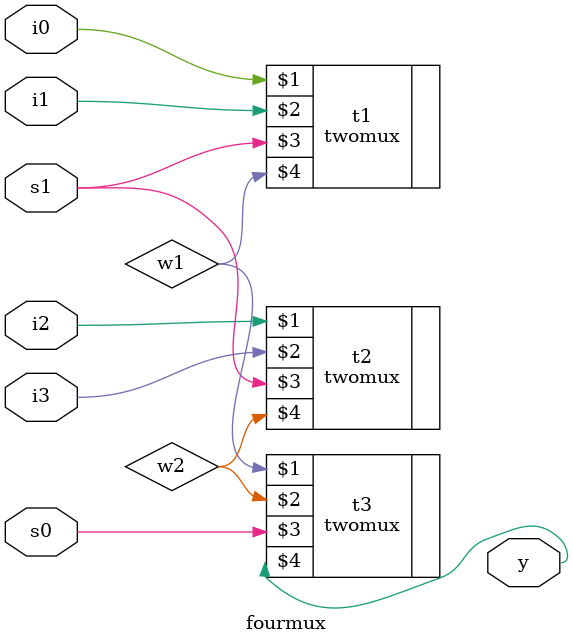
<source format=v>
module fourmux(i0,i1,i2,i3,s0,s1,y);
input i0,i1,i2,i3,s0,s1;
output y;
wire w1,w2;
twomux t1(i0,i1,s1,w1);
twomux t2(i2,i3,s1,w2);
twomux t3(w1,w2,s0,y);
endmodule


</source>
